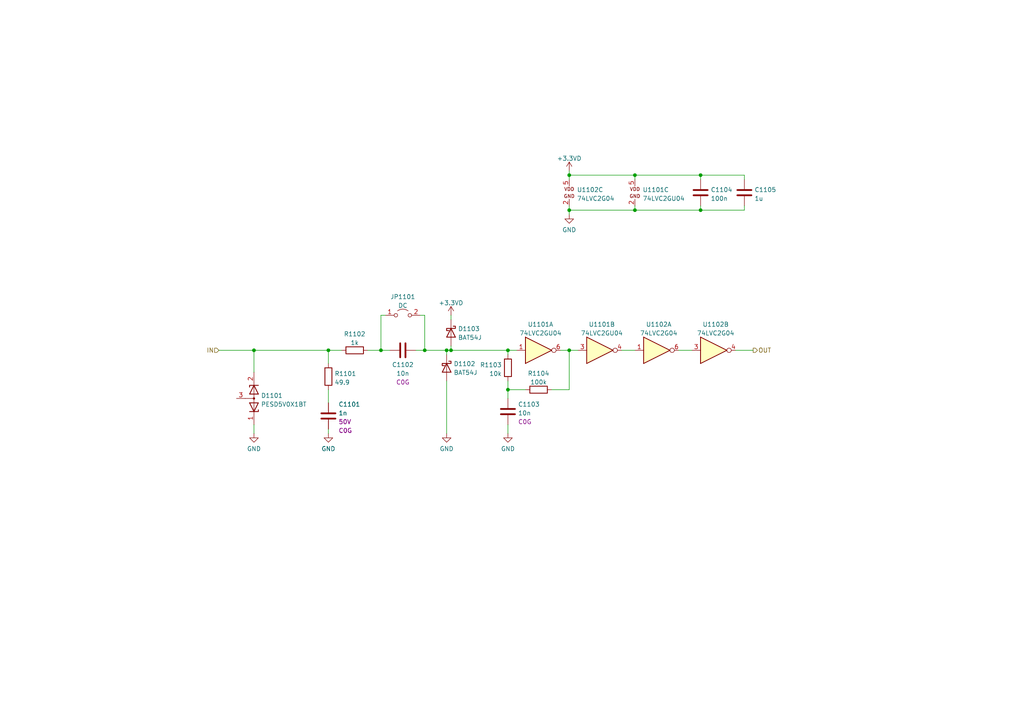
<source format=kicad_sch>
(kicad_sch (version 20211123) (generator eeschema)
  (paper "A4")
  (lib_symbols
    (symbol "Device:C" (pin_numbers hide) (pin_names (offset 0.254))
      (property "Reference" "C" (at 0.635 2.54 0))
      (property "Value" "C" (at 0.635 -2.54 0))
      (symbol "C_0_1"
        (polyline (pts (xy -2.032 -0.762) (xy 2.032 -0.762)) (stroke (width 0.508)))
        (polyline (pts (xy -2.032 0.762) (xy 2.032 0.762)) (stroke (width 0.508)))
      )
      (symbol "C_1_1"
        (pin passive line (at 0 3.81 270) (length 2.794) (name "~") (number "1"))
        (pin passive line (at 0 -3.81 90) (length 2.794) (name "~") (number "2"))
      )
    )
    (symbol "Device:D_Zener_Dual_CommonAnode_KKA" (pin_names (offset 0.762) hide)
      (property "Reference" "D" (at 1.27 -2.54 0))
      (property "Value" "D_Zener_Dual_CommonAnode_KKA" (at 0 2.54 0))
      (symbol "D_Zener_Dual_CommonAnode_KKA_0_1"
        (polyline (pts (xy -3.556 0) (xy 3.81 0)))
        (polyline (pts (xy 0 0) (xy 0 -2.54)))
        (polyline (pts (xy -3.81 -1.27) (xy -3.81 1.27) (xy -3.302 1.27)) (stroke (width 0.254)))
        (polyline (pts (xy 3.302 -1.27) (xy 3.81 -1.27) (xy 3.81 1.27)) (stroke (width 0.254)))
        (polyline (pts (xy -1.27 -1.27) (xy -3.81 0) (xy -1.27 1.27) (xy -1.27 -1.27) (xy -1.27 -1.27) (xy -1.27 -1.27)) (stroke (width 0.254)))
        (polyline (pts (xy 1.27 1.27) (xy 3.81 0) (xy 1.27 -1.27) (xy 1.27 1.27) (xy 1.27 1.27) (xy 1.27 1.27)) (stroke (width 0.254)))
        (circle (center 0 0) (radius 0.254) (fill (type outline)))
        (pin passive line (at -7.62 0 0) (length 3.81) (name "K") (number "1"))
        (pin passive line (at 7.62 0 180) (length 3.81) (name "K") (number "2"))
        (pin passive line (at 0 -5.08 90) (length 2.54) (name "A") (number "3"))
      )
    )
    (symbol "Device:R" (pin_numbers hide) (pin_names (offset 0))
      (property "Reference" "R" (at 2.032 0 90))
      (property "Value" "R" (at 0 0 90))
      (symbol "R_0_1"
        (rectangle (start -1.016 -2.54) (end 1.016 2.54) (stroke (width 0.254)))
      )
      (symbol "R_1_1"
        (pin passive line (at 0 3.81 270) (length 1.27) (name "~") (number "1"))
        (pin passive line (at 0 -3.81 90) (length 1.27) (name "~") (number "2"))
      )
    )
    (symbol "Diode:BAT54J" (pin_numbers hide) (pin_names hide)
      (property "Reference" "D" (at 0 2.54 0))
      (property "Value" "BAT54J" (at 0 -2.54 0))
      (symbol "BAT54J_0_1"
        (polyline (pts (xy 1.27 0) (xy -1.27 0)))
        (polyline (pts (xy 1.27 1.27) (xy 1.27 -1.27) (xy -1.27 0) (xy 1.27 1.27)) (stroke (width 0.254)))
        (polyline (pts (xy -1.905 0.635) (xy -1.905 1.27) (xy -1.27 1.27) (xy -1.27 -1.27) (xy -0.635 -1.27) (xy -0.635 -0.635)) (stroke (width 0.254)))
      )
      (symbol "BAT54J_1_1"
        (pin passive line (at -3.81 0 0) (length 2.54) (name "K") (number "1"))
        (pin passive line (at 3.81 0 180) (length 2.54) (name "A") (number "2"))
      )
    )
    (symbol "Jumper:Jumper_2_Open" (pin_names (offset 0) hide)
      (property "Reference" "JP" (at 0 2.794 0))
      (property "Value" "Jumper_2_Open" (at 0 -2.286 0))
      (symbol "Jumper_2_Open_0_0"
        (circle (center -2.032 0) (radius 0.508))
        (circle (center 2.032 0) (radius 0.508))
      )
      (symbol "Jumper_2_Open_0_1"
        (arc (start 1.524 1.27) (mid 0 1.778) (end -1.524 1.27))
      )
      (symbol "Jumper_2_Open_1_1"
        (pin passive line (at -5.08 0 0) (length 2.54) (name "A") (number "1"))
        (pin passive line (at 5.08 0 180) (length 2.54) (name "B") (number "2"))
      )
    )
    (symbol "power:GND" (power) (pin_names (offset 0))
      (property "Value" "GND" (at 0 -3.81 0))
      (symbol "GND_0_1"
        (polyline (pts (xy 0 0) (xy 0 -1.27) (xy 1.27 -1.27) (xy 0 -2.54) (xy -1.27 -1.27) (xy 0 -1.27)))
      )
      (symbol "GND_1_1"
        (pin power_in line (at 0 0 270) (length 0) hide (name "GND") (number "1"))
      )
    )
    (symbol "symbols:+3.3VD" (power) (pin_names (offset 0))
      (property "Value" "+3.3VD" (at 0 3.556 0))
      (symbol "+3.3VD_0_1"
        (polyline (pts (xy -0.762 1.27) (xy 0 2.54)))
        (polyline (pts (xy 0 0) (xy 0 2.54)))
        (polyline (pts (xy 0 2.54) (xy 0.762 1.27)))
      )
      (symbol "+3.3VD_1_1"
        (pin power_in line (at 0 0 90) (length 0) hide (name "+3.3VD") (number "1"))
      )
    )
    (symbol "symbols:74LVC2G04"
      (property "Reference" "U" (at 2.54 7.62 0))
      (property "Value" "74LVC2G04" (at 2.54 5.08 0))
      (symbol "74LVC2G04_1_1"
        (rectangle (start -2.54 3.81) (end -2.54 -3.81) (stroke (width 0.254)) (fill (type background)))
        (polyline (pts (xy -2.54 -3.81) (xy 5.08 0) (xy -2.54 3.81)) (stroke (width 0.254)) (fill (type background)))
        (circle (center 5.715 0) (radius 0.635))
        (pin input line (at -5.08 0 0) (length 2.54) (name "~") (number "1"))
        (pin output line (at 7.62 0 180) (length 1.27) (name "~") (number "6"))
      )
      (symbol "74LVC2G04_2_1"
        (rectangle (start -2.54 3.81) (end -2.54 -3.81) (stroke (width 0.254)) (fill (type background)))
        (polyline (pts (xy -2.54 -3.81) (xy 5.08 0) (xy -2.54 3.81)) (stroke (width 0.254)) (fill (type background)))
        (circle (center 5.715 0) (radius 0.635))
        (pin input line (at -5.08 0 0) (length 2.54) (name "~") (number "3"))
        (pin output line (at 7.62 0 180) (length 1.27) (name "~") (number "4"))
      )
      (symbol "74LVC2G04_3_0"
        (text "GND" (at 0 -1.016 0) (effects (font (size 1 1))))
        (text "VDD" (at 0 1.016 0) (effects (font (size 1 1))))
      )
      (symbol "74LVC2G04_3_1"
        (pin power_in line (at 0 -3.81 90) (length 1.905) (name "~") (number "2"))
        (pin power_in line (at 0 3.81 270) (length 1.905) (name "~") (number "5"))
      )
    )
    (symbol "symbols:74LVC2GU04"
      (property "Reference" "U" (at 2.54 7.62 0))
      (property "Value" "74LVC2GU04" (at 2.54 5.08 0))
      (symbol "74LVC2GU04_1_1"
        (rectangle (start -2.54 3.81) (end -2.54 -3.81) (stroke (width 0.254)) (fill (type background)))
        (polyline (pts (xy -2.54 -3.81) (xy 5.08 0) (xy -2.54 3.81)) (stroke (width 0.254)) (fill (type background)))
        (circle (center 5.715 0) (radius 0.635))
        (pin input line (at -5.08 0 0) (length 2.54) (name "~") (number "1"))
        (pin output line (at 7.62 0 180) (length 1.27) (name "~") (number "6"))
      )
      (symbol "74LVC2GU04_2_1"
        (rectangle (start -2.54 3.81) (end -2.54 -3.81) (stroke (width 0.254)) (fill (type background)))
        (polyline (pts (xy -2.54 -3.81) (xy 5.08 0) (xy -2.54 3.81)) (stroke (width 0.254)) (fill (type background)))
        (circle (center 5.715 0) (radius 0.635))
        (pin input line (at -5.08 0 0) (length 2.54) (name "~") (number "3"))
        (pin output line (at 7.62 0 180) (length 1.27) (name "~") (number "4"))
      )
      (symbol "74LVC2GU04_3_0"
        (text "GND" (at 0 -1.016 0) (effects (font (size 1 1))))
        (text "VDD" (at 0 1.016 0) (effects (font (size 1 1))))
      )
      (symbol "74LVC2GU04_3_1"
        (pin power_in line (at 0 -3.81 90) (length 1.905) (name "~") (number "2"))
        (pin power_in line (at 0 3.81 270) (length 1.905) (name "~") (number "5"))
      )
    )
  )
  (junction (at 147.32 113.03))
  (junction (at 203.2 60.96))
  (junction (at 129.54 101.6))
  (junction (at 73.66 101.6))
  (junction (at 184.15 60.96))
  (junction (at 130.81 101.6))
  (junction (at 165.1 101.6))
  (junction (at 165.1 50.8))
  (junction (at 165.1 60.96))
  (junction (at 110.49 101.6))
  (junction (at 203.2 50.8))
  (junction (at 147.32 101.6))
  (junction (at 123.19 101.6))
  (junction (at 184.15 50.8))
  (junction (at 95.25 101.6))
  (wire (pts (xy 203.2 50.8) (xy 215.9 50.8)))
  (wire (pts (xy 165.1 59.69) (xy 165.1 60.96)))
  (wire (pts (xy 95.25 101.6) (xy 95.25 105.41)))
  (wire (pts (xy 196.85 101.6) (xy 200.66 101.6)))
  (wire (pts (xy 129.54 110.49) (xy 129.54 125.73)))
  (wire (pts (xy 184.15 50.8) (xy 203.2 50.8)))
  (wire (pts (xy 215.9 59.69) (xy 215.9 60.96)))
  (wire (pts (xy 123.19 101.6) (xy 129.54 101.6)))
  (wire (pts (xy 215.9 60.96) (xy 203.2 60.96)))
  (wire (pts (xy 147.32 113.03) (xy 152.4 113.03)))
  (wire (pts (xy 160.02 113.03) (xy 165.1 113.03)))
  (wire (pts (xy 165.1 49.53) (xy 165.1 50.8)))
  (wire (pts (xy 73.66 123.19) (xy 73.66 125.73)))
  (wire (pts (xy 184.15 50.8) (xy 184.15 52.07)))
  (wire (pts (xy 203.2 60.96) (xy 184.15 60.96)))
  (wire (pts (xy 213.36 101.6) (xy 218.44 101.6)))
  (wire (pts (xy 130.81 101.6) (xy 147.32 101.6)))
  (wire (pts (xy 130.81 100.33) (xy 130.81 101.6)))
  (wire (pts (xy 95.25 124.46) (xy 95.25 125.73)))
  (wire (pts (xy 123.19 91.44) (xy 123.19 101.6)))
  (wire (pts (xy 129.54 101.6) (xy 129.54 102.87)))
  (wire (pts (xy 147.32 101.6) (xy 149.86 101.6)))
  (wire (pts (xy 129.54 101.6) (xy 130.81 101.6)))
  (wire (pts (xy 106.68 101.6) (xy 110.49 101.6)))
  (wire (pts (xy 147.32 110.49) (xy 147.32 113.03)))
  (wire (pts (xy 110.49 101.6) (xy 113.03 101.6)))
  (wire (pts (xy 203.2 59.69) (xy 203.2 60.96)))
  (wire (pts (xy 184.15 60.96) (xy 165.1 60.96)))
  (wire (pts (xy 110.49 91.44) (xy 110.49 101.6)))
  (wire (pts (xy 165.1 101.6) (xy 167.64 101.6)))
  (wire (pts (xy 95.25 113.03) (xy 95.25 116.84)))
  (wire (pts (xy 162.56 101.6) (xy 165.1 101.6)))
  (wire (pts (xy 184.15 59.69) (xy 184.15 60.96)))
  (wire (pts (xy 165.1 50.8) (xy 165.1 52.07)))
  (wire (pts (xy 130.81 91.44) (xy 130.81 92.71)))
  (wire (pts (xy 165.1 50.8) (xy 184.15 50.8)))
  (wire (pts (xy 73.66 101.6) (xy 95.25 101.6)))
  (wire (pts (xy 165.1 101.6) (xy 165.1 113.03)))
  (wire (pts (xy 121.92 91.44) (xy 123.19 91.44)))
  (wire (pts (xy 95.25 101.6) (xy 99.06 101.6)))
  (wire (pts (xy 147.32 113.03) (xy 147.32 115.57)))
  (wire (pts (xy 180.34 101.6) (xy 184.15 101.6)))
  (wire (pts (xy 73.66 101.6) (xy 73.66 107.95)))
  (wire (pts (xy 63.5 101.6) (xy 73.66 101.6)))
  (wire (pts (xy 165.1 60.96) (xy 165.1 62.23)))
  (wire (pts (xy 203.2 50.8) (xy 203.2 52.07)))
  (wire (pts (xy 215.9 50.8) (xy 215.9 52.07)))
  (wire (pts (xy 147.32 101.6) (xy 147.32 102.87)))
  (wire (pts (xy 111.76 91.44) (xy 110.49 91.44)))
  (wire (pts (xy 120.65 101.6) (xy 123.19 101.6)))
  (wire (pts (xy 147.32 123.19) (xy 147.32 125.73)))
  (hierarchical_label "OUT" (shape output) (at 218.44 101.6 0))
  (hierarchical_label "IN" (shape input) (at 63.5 101.6 180))
  (symbol (lib_id "Diode:BAT54J") (at 130.81 96.52 270) (unit 1)
    (property "Reference" "D1103" (at 132.842 95.3678 90) (effects (justify left)))
    (property "Value" "BAT54J" (at 132.842 97.9047 90) (effects (justify left)))
    (property "Footprint" "Diode_SMD:D_SOD-323_HandSoldering" (effects hide))
    (property "Datasheet" "https://assets.nexperia.com/documents/data-sheet/BAT54J.pdf" (effects hide))
    (property "Mfr" "Nexperia" (effects hide))
    (property "Mfr PN" "BAT54HGWX" (effects hide))
  )
  (symbol (lib_id "symbols:74LVC2G04") (at 165.1 55.88 0) (unit 3)
    (property "Reference" "U1102" (at 167.3213 55.0453 0) (effects (justify left)))
    (property "Value" "74LVC2G04" (at 167.3213 57.5822 0) (effects (justify left)))
    (property "Footprint" "Package_TO_SOT_SMD:SOT-23-6" (effects hide))
    (property "Datasheet" "https://assets.nexperia.com/documents/data-sheet/74LVC2GU04.pdf" (effects hide))
    (property "Mfr" "Nexperia" (effects hide))
    (property "Mfr PN" "74LVC2G04GV-Q100H" (effects hide))
  )
  (symbol (lib_id "Device:D_Zener_Dual_CommonAnode_KKA") (at 73.66 115.57 270) (mirror x) (unit 1)
    (property "Reference" "D1101" (at 75.692 114.7353 90) (effects (justify left)))
    (property "Value" "PESD5V0X1BT" (at 75.692 117.2722 90) (effects (justify left)))
    (property "Footprint" "Package_TO_SOT_SMD:SOT-23" (effects hide))
    (property "Mfr" "Nexperia" (effects hide))
    (property "Mfr PN" "PESD5V0X1BT,215" (effects hide))
  )
  (symbol (lib_id "Device:C") (at 116.84 101.6 90) (unit 1)
    (property "Reference" "C1102" (at 116.84 105.7894 90))
    (property "Value" "10n" (at 116.84 108.3263 90))
    (property "Footprint" "Capacitor_SMD:C_0805_2012Metric" (effects hide))
    (property "Spec2" "C0G" (at 116.84 110.8632 90))
    (property "Mfr" "Murata" (effects hide))
    (property "Mfr PN" "GRM2165C2A103JA01" (effects hide))
  )
  (symbol (lib_id "Device:C") (at 203.2 55.88 180) (unit 1)
    (property "Reference" "C1104" (at 206.121 55.0453 0) (effects (justify right)))
    (property "Value" "100n" (at 206.121 57.5822 0) (effects (justify right)))
    (property "Footprint" "Capacitor_SMD:C_0805_2012Metric" (effects hide))
    (property "Mfr" "Samsung" (effects hide))
    (property "Mfr PN" "CL21B104KBFNNNE" (effects hide))
  )
  (symbol (lib_id "power:GND") (at 165.1 62.23 0) (unit 1)
    (property "Reference" "#PWR01107" (effects hide))
    (property "Value" "GND" (at 165.1 66.6734 0))
  )
  (symbol (lib_id "Jumper:Jumper_2_Open") (at 116.84 91.44 0) (unit 1)
    (property "Reference" "JP1101" (at 116.84 86.0892 0))
    (property "Value" "DC" (at 116.84 88.6261 0))
    (property "Footprint" "Connector_PinHeader_2.54mm:PinHeader_1x02_P2.54mm_Vertical" (effects hide))
  )
  (symbol (lib_id "power:GND") (at 73.66 125.73 0) (unit 1)
    (property "Reference" "#PWR01101" (effects hide))
    (property "Value" "GND" (at 73.66 130.1734 0))
  )
  (symbol (lib_id "Device:R") (at 95.25 109.22 180) (unit 1)
    (property "Reference" "R1101" (at 97.028 108.3853 0) (effects (justify right)))
    (property "Value" "49.9" (at 97.028 110.9222 0) (effects (justify right)))
    (property "Footprint" "Resistor_SMD:R_0805_2012Metric" (effects hide))
    (property "Mfr" "Bourns" (effects hide))
    (property "Mfr PN" "CR0805-FX-49R9ELF" (effects hide))
  )
  (symbol (lib_id "Device:R") (at 156.21 113.03 270) (unit 1)
    (property "Reference" "R1104" (at 156.21 108.3142 90))
    (property "Value" "100k" (at 156.21 110.8511 90))
    (property "Footprint" "Resistor_SMD:R_0805_2012Metric" (effects hide))
    (property "Mfr" "Bourns" (effects hide))
    (property "Mfr PN" "CR0805-FX-1003ELF" (effects hide))
  )
  (symbol (lib_id "Device:C") (at 147.32 119.38 0) (unit 1)
    (property "Reference" "C1103" (at 150.241 117.2769 0) (effects (justify left)))
    (property "Value" "10n" (at 150.241 119.8138 0) (effects (justify left)))
    (property "Footprint" "Capacitor_SMD:C_0805_2012Metric" (effects hide))
    (property "Spec2" "C0G" (at 150.241 122.3507 0) (effects (justify left)))
    (property "Mfr" "Murata" (effects hide))
    (property "Mfr PN" "GRM2165C2A103JA01" (effects hide))
  )
  (symbol (lib_id "symbols:74LVC2GU04") (at 172.72 101.6 0) (unit 2)
    (property "Reference" "U1101" (at 174.5615 94.0902 0))
    (property "Value" "74LVC2GU04" (at 174.5615 96.6271 0))
    (property "Footprint" "Package_TO_SOT_SMD:SOT-23-6" (effects hide))
    (property "Datasheet" "https://assets.nexperia.com/documents/data-sheet/74LVC2GU04.pdf" (effects hide))
    (property "Mfr" "Texas Instruments" (effects hide))
    (property "Mfr PN" "74LVC2GU04DBVRG4" (effects hide))
  )
  (symbol (lib_id "power:GND") (at 129.54 125.73 0) (unit 1)
    (property "Reference" "#PWR01103" (effects hide))
    (property "Value" "GND" (at 129.54 130.1734 0))
  )
  (symbol (lib_id "symbols:+3.3VD") (at 130.81 91.44 0) (unit 1)
    (property "Reference" "#PWR01104" (effects hide))
    (property "Value" "+3.3VD" (at 130.81 87.8642 0))
  )
  (symbol (lib_id "symbols:74LVC2GU04") (at 184.15 55.88 0) (unit 3)
    (property "Reference" "U1101" (at 186.3713 55.0453 0) (effects (justify left)))
    (property "Value" "74LVC2GU04" (at 186.3713 57.5822 0) (effects (justify left)))
    (property "Footprint" "Package_TO_SOT_SMD:SOT-23-6" (effects hide))
    (property "Datasheet" "https://assets.nexperia.com/documents/data-sheet/74LVC2GU04.pdf" (effects hide))
    (property "Mfr" "Texas Instruments" (effects hide))
    (property "Mfr PN" "74LVC2GU04DBVRG4" (effects hide))
  )
  (symbol (lib_id "Device:C") (at 95.25 120.65 0) (unit 1)
    (property "Reference" "C1101" (at 98.171 117.2784 0) (effects (justify left)))
    (property "Value" "1n" (at 98.171 119.8153 0) (effects (justify left)))
    (property "Footprint" "Capacitor_SMD:C_0805_2012Metric" (effects hide))
    (property "Spec1" "50V" (at 98.171 122.3522 0) (effects (justify left)))
    (property "Spec2" "C0G" (at 98.171 124.8891 0) (effects (justify left)))
    (property "Mfr" "KEMET" (effects hide))
    (property "Mfr PN" "C0805C102J5GAC" (effects hide))
  )
  (symbol (lib_id "symbols:74LVC2G04") (at 189.23 101.6 0) (unit 1)
    (property "Reference" "U1102" (at 191.0715 94.0902 0))
    (property "Value" "74LVC2G04" (at 191.0715 96.6271 0))
    (property "Footprint" "Package_TO_SOT_SMD:SOT-23-6" (effects hide))
    (property "Datasheet" "https://assets.nexperia.com/documents/data-sheet/74LVC2GU04.pdf" (effects hide))
    (property "Mfr" "Nexperia" (effects hide))
    (property "Mfr PN" "74LVC2G04GV-Q100H" (effects hide))
  )
  (symbol (lib_id "power:GND") (at 147.32 125.73 0) (unit 1)
    (property "Reference" "#PWR01105" (effects hide))
    (property "Value" "GND" (at 147.32 130.1734 0))
  )
  (symbol (lib_id "symbols:+3.3VD") (at 165.1 49.53 0) (unit 1)
    (property "Reference" "#PWR01106" (effects hide))
    (property "Value" "+3.3VD" (at 165.1 45.9542 0))
  )
  (symbol (lib_id "power:GND") (at 95.25 125.73 0) (unit 1)
    (property "Reference" "#PWR01102" (effects hide))
    (property "Value" "GND" (at 95.25 130.1734 0))
  )
  (symbol (lib_id "Diode:BAT54J") (at 129.54 106.68 270) (unit 1)
    (property "Reference" "D1102" (at 131.572 105.5278 90) (effects (justify left)))
    (property "Value" "BAT54J" (at 131.572 108.0647 90) (effects (justify left)))
    (property "Footprint" "Diode_SMD:D_SOD-323_HandSoldering" (effects hide))
    (property "Datasheet" "https://assets.nexperia.com/documents/data-sheet/BAT54J.pdf" (effects hide))
    (property "Mfr" "Nexperia" (effects hide))
    (property "Mfr PN" "BAT54HGWX" (effects hide))
  )
  (symbol (lib_id "Device:C") (at 215.9 55.88 180) (unit 1)
    (property "Reference" "C1105" (at 218.821 55.0453 0) (effects (justify right)))
    (property "Value" "1u" (at 218.821 57.5822 0) (effects (justify right)))
    (property "Footprint" "Capacitor_SMD:C_0805_2012Metric" (effects hide))
    (property "Mfr" "Samsung" (effects hide))
    (property "Mfr PN" "CL21B105KOFNNNG" (effects hide))
  )
  (symbol (lib_id "Device:R") (at 102.87 101.6 270) (unit 1)
    (property "Reference" "R1102" (at 102.87 96.8842 90))
    (property "Value" "1k" (at 102.87 99.4211 90))
    (property "Footprint" "Resistor_SMD:R_0805_2012Metric" (effects hide))
    (property "Mfr" "Bourns" (effects hide))
    (property "Mfr PN" "CR0805-FX-1001ELF" (effects hide))
  )
  (symbol (lib_id "symbols:74LVC2GU04") (at 154.94 101.6 0) (unit 1)
    (property "Reference" "U1101" (at 156.7815 94.0902 0))
    (property "Value" "74LVC2GU04" (at 156.7815 96.6271 0))
    (property "Footprint" "Package_TO_SOT_SMD:SOT-23-6" (effects hide))
    (property "Datasheet" "https://assets.nexperia.com/documents/data-sheet/74LVC2GU04.pdf" (effects hide))
    (property "Mfr" "Texas Instruments" (effects hide))
    (property "Mfr PN" "74LVC2GU04DBVRG4" (effects hide))
  )
  (symbol (lib_id "symbols:74LVC2G04") (at 205.74 101.6 0) (unit 2)
    (property "Reference" "U1102" (at 207.5815 94.0902 0))
    (property "Value" "74LVC2G04" (at 207.5815 96.6271 0))
    (property "Footprint" "Package_TO_SOT_SMD:SOT-23-6" (effects hide))
    (property "Datasheet" "https://assets.nexperia.com/documents/data-sheet/74LVC2GU04.pdf" (effects hide))
    (property "Mfr" "Nexperia" (effects hide))
    (property "Mfr PN" "74LVC2G04GV-Q100H" (effects hide))
  )
  (symbol (lib_id "Device:R") (at 147.32 106.68 0) (unit 1)
    (property "Reference" "R1103" (at 145.5421 105.8453 0) (effects (justify right)))
    (property "Value" "10k" (at 145.5421 108.3822 0) (effects (justify right)))
    (property "Footprint" "Resistor_SMD:R_0805_2012Metric" (effects hide))
    (property "Mfr" "Bourns" (effects hide))
    (property "Mfr PN" "CR0805-FX-1002ELF" (effects hide))
  )
)
</source>
